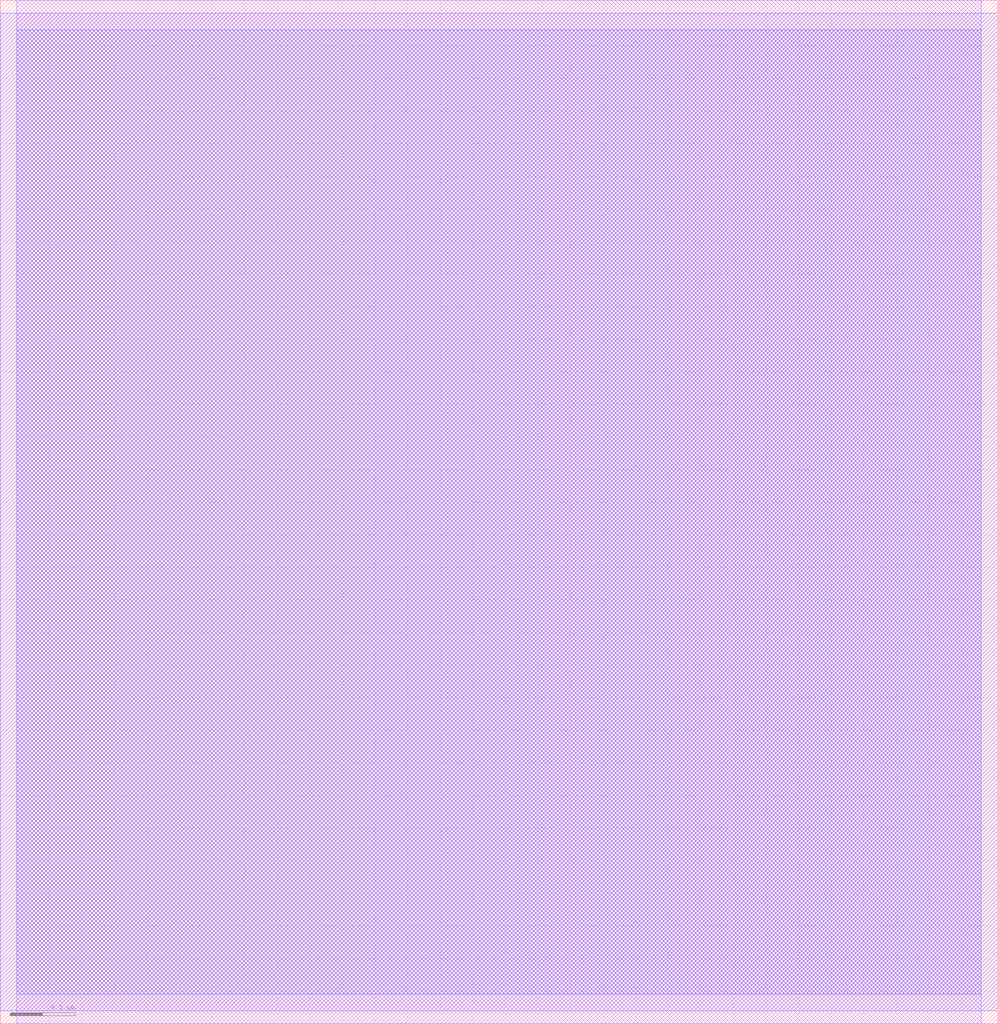
<source format=lef>
# Copyright 2020 The SkyWater PDK Authors
#
# Licensed under the Apache License, Version 2.0 (the "License");
# you may not use this file except in compliance with the License.
# You may obtain a copy of the License at
#
#     https://www.apache.org/licenses/LICENSE-2.0
#
# Unless required by applicable law or agreed to in writing, software
# distributed under the License is distributed on an "AS IS" BASIS,
# WITHOUT WARRANTIES OR CONDITIONS OF ANY KIND, either express or implied.
# See the License for the specific language governing permissions and
# limitations under the License.
#
# SPDX-License-Identifier: Apache-2.0

VERSION 5.7 ;
  NOWIREEXTENSIONATPIN ON ;
  DIVIDERCHAR "/" ;
  BUSBITCHARS "[]" ;
MACRO sky130_fd_pr__via_m2m3__example3
  CLASS BLOCK ;
  FOREIGN sky130_fd_pr__via_m2m3__example3 ;
  ORIGIN  0.025000  0.000000 ;
  SIZE  1.530000 BY  1.570000 ;
  OBS
    LAYER met2 ;
      RECT 0.000000 0.000000 1.480000 1.570000 ;
    LAYER met3 ;
      RECT -0.025000 0.020000 1.505000 1.550000 ;
    LAYER via2 ;
      RECT 0.000000 0.045000 1.480000 1.525000 ;
  END
END sky130_fd_pr__via_m2m3__example3
END LIBRARY

</source>
